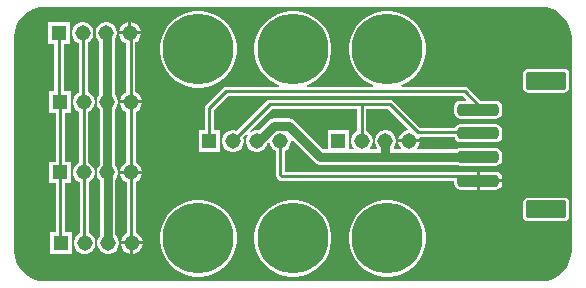
<source format=gbr>
G04*
G04 #@! TF.GenerationSoftware,Altium Limited,Altium Designer,23.0.1 (38)*
G04*
G04 Layer_Physical_Order=1*
G04 Layer_Color=255*
%FSLAX25Y25*%
%MOIN*%
G70*
G04*
G04 #@! TF.SameCoordinates,383C52D0-4EDD-4C0E-AA1A-A67FCF8BFF30*
G04*
G04*
G04 #@! TF.FilePolarity,Positive*
G04*
G01*
G75*
G04:AMPARAMS|DCode=14|XSize=39.37mil|YSize=137.8mil|CornerRadius=9.84mil|HoleSize=0mil|Usage=FLASHONLY|Rotation=270.000|XOffset=0mil|YOffset=0mil|HoleType=Round|Shape=RoundedRectangle|*
%AMROUNDEDRECTD14*
21,1,0.03937,0.11811,0,0,270.0*
21,1,0.01968,0.13780,0,0,270.0*
1,1,0.01968,-0.05906,-0.00984*
1,1,0.01968,-0.05906,0.00984*
1,1,0.01968,0.05906,0.00984*
1,1,0.01968,0.05906,-0.00984*
%
%ADD14ROUNDEDRECTD14*%
G04:AMPARAMS|DCode=15|XSize=59.06mil|YSize=133.86mil|CornerRadius=7.38mil|HoleSize=0mil|Usage=FLASHONLY|Rotation=270.000|XOffset=0mil|YOffset=0mil|HoleType=Round|Shape=RoundedRectangle|*
%AMROUNDEDRECTD15*
21,1,0.05906,0.11909,0,0,270.0*
21,1,0.04429,0.13386,0,0,270.0*
1,1,0.01476,-0.05955,-0.02215*
1,1,0.01476,-0.05955,0.02215*
1,1,0.01476,0.05955,0.02215*
1,1,0.01476,0.05955,-0.02215*
%
%ADD15ROUNDEDRECTD15*%
%ADD21C,0.03000*%
%ADD22C,0.01000*%
%ADD23R,0.05150X0.05150*%
%ADD24C,0.05150*%
%ADD25C,0.23622*%
G36*
X439252Y211487D02*
X441186Y210900D01*
X442440Y210229D01*
X446096Y206574D01*
X446766Y205320D01*
X447353Y203385D01*
X447541Y201472D01*
X447522Y201374D01*
Y130508D01*
X447541Y130410D01*
X447353Y128496D01*
X446766Y126562D01*
X445813Y124780D01*
X444531Y123217D01*
X442969Y121935D01*
X441186Y120982D01*
X439252Y120395D01*
X437732Y120246D01*
X437240Y120226D01*
X437240Y120226D01*
X436747Y120226D01*
X271886D01*
X271788Y120207D01*
X269874Y120395D01*
X267940Y120982D01*
X266158Y121935D01*
X264595Y123217D01*
X263313Y124780D01*
X262360Y126562D01*
X261773Y128496D01*
X261624Y130016D01*
X261604Y130508D01*
X261604Y130508D01*
X261604Y131002D01*
Y201374D01*
X261585Y201472D01*
X261773Y203385D01*
X262360Y205320D01*
X263313Y207102D01*
X264595Y208665D01*
X266158Y209947D01*
X267940Y210900D01*
X269874Y211487D01*
X271788Y211675D01*
X271886Y211656D01*
X437240D01*
X437338Y211675D01*
X439252Y211487D01*
D02*
G37*
%LPC*%
G36*
X300748Y206504D02*
Y203437D01*
X303815D01*
X303579Y204317D01*
X303109Y205132D01*
X302443Y205798D01*
X301628Y206268D01*
X300748Y206504D01*
D02*
G37*
G36*
X299748D02*
X298868Y206268D01*
X298053Y205798D01*
X297388Y205132D01*
X296917Y204317D01*
X296681Y203437D01*
X299748D01*
Y206504D01*
D02*
G37*
G36*
X387067Y210248D02*
X385051D01*
X383059Y209933D01*
X381141Y209309D01*
X379345Y208394D01*
X377713Y207209D01*
X376287Y205783D01*
X375102Y204151D01*
X374187Y202355D01*
X373564Y200437D01*
X373248Y198445D01*
Y196429D01*
X373564Y194437D01*
X374187Y192519D01*
X375102Y190723D01*
X376287Y189091D01*
X377713Y187665D01*
X379345Y186480D01*
X381141Y185565D01*
X381378Y185488D01*
X381299Y184994D01*
X359323D01*
X359244Y185488D01*
X359481Y185565D01*
X361277Y186480D01*
X362909Y187665D01*
X364335Y189091D01*
X365520Y190723D01*
X366435Y192519D01*
X367059Y194437D01*
X367374Y196429D01*
Y198445D01*
X367059Y200437D01*
X366435Y202355D01*
X365520Y204151D01*
X364335Y205783D01*
X362909Y207209D01*
X361277Y208394D01*
X359481Y209309D01*
X357563Y209933D01*
X355571Y210248D01*
X353555D01*
X351563Y209933D01*
X349645Y209309D01*
X347849Y208394D01*
X346217Y207209D01*
X344791Y205783D01*
X343606Y204151D01*
X342691Y202355D01*
X342067Y200437D01*
X341752Y198445D01*
Y196429D01*
X342067Y194437D01*
X342691Y192519D01*
X343606Y190723D01*
X344791Y189091D01*
X346217Y187665D01*
X347849Y186480D01*
X349645Y185565D01*
X349882Y185488D01*
X349803Y184994D01*
X332232D01*
X331647Y184878D01*
X331151Y184546D01*
X325671Y179066D01*
X325339Y178569D01*
X325223Y177984D01*
Y170512D01*
X323177D01*
Y163362D01*
X330327D01*
Y170512D01*
X328281D01*
Y177351D01*
X332866Y181935D01*
X411213D01*
X412317Y180832D01*
X412125Y180370D01*
X410433D01*
X409659Y180216D01*
X409002Y179777D01*
X408564Y179121D01*
X408410Y178347D01*
Y176378D01*
X408564Y175604D01*
X409002Y174947D01*
X409659Y174509D01*
X410433Y174355D01*
X422244D01*
X423018Y174509D01*
X423675Y174947D01*
X424113Y175604D01*
X424267Y176378D01*
Y178347D01*
X424113Y179121D01*
X423675Y179777D01*
X423018Y180216D01*
X422244Y180370D01*
X417104D01*
X412928Y184546D01*
X412432Y184878D01*
X411846Y184994D01*
X390819D01*
X390740Y185488D01*
X390977Y185565D01*
X392774Y186480D01*
X394405Y187665D01*
X395831Y189091D01*
X397016Y190723D01*
X397932Y192519D01*
X398555Y194437D01*
X398870Y196429D01*
Y198445D01*
X398555Y200437D01*
X397932Y202355D01*
X397016Y204151D01*
X395831Y205783D01*
X394405Y207209D01*
X392774Y208394D01*
X390977Y209309D01*
X389059Y209933D01*
X387067Y210248D01*
D02*
G37*
G36*
X324075D02*
X322059D01*
X320067Y209933D01*
X318149Y209309D01*
X316353Y208394D01*
X314721Y207209D01*
X313295Y205783D01*
X312110Y204151D01*
X311194Y202355D01*
X310571Y200437D01*
X310256Y198445D01*
Y196429D01*
X310571Y194437D01*
X311194Y192519D01*
X312110Y190723D01*
X313295Y189091D01*
X314721Y187665D01*
X316353Y186480D01*
X318149Y185565D01*
X320067Y184941D01*
X322059Y184626D01*
X324075D01*
X326067Y184941D01*
X327985Y185565D01*
X329781Y186480D01*
X331413Y187665D01*
X332839Y189091D01*
X334024Y190723D01*
X334939Y192519D01*
X335562Y194437D01*
X335878Y196429D01*
Y198445D01*
X335562Y200437D01*
X334939Y202355D01*
X334024Y204151D01*
X332839Y205783D01*
X331413Y207209D01*
X329781Y208394D01*
X327985Y209309D01*
X326067Y209933D01*
X324075Y210248D01*
D02*
G37*
G36*
X444931Y190995D02*
X433022D01*
X432343Y190860D01*
X431769Y190476D01*
X431384Y189901D01*
X431249Y189222D01*
Y184793D01*
X431384Y184115D01*
X431769Y183540D01*
X432343Y183156D01*
X433022Y183021D01*
X444931D01*
X445609Y183156D01*
X446184Y183540D01*
X446568Y184115D01*
X446703Y184793D01*
Y189222D01*
X446568Y189901D01*
X446184Y190476D01*
X445609Y190860D01*
X444931Y190995D01*
D02*
G37*
G36*
X303815Y202437D02*
X296681D01*
X296917Y201557D01*
X297388Y200742D01*
X298053Y200076D01*
X298868Y199606D01*
X298908Y199595D01*
Y183073D01*
X298431Y182798D01*
X297765Y182132D01*
X297295Y181317D01*
X297059Y180437D01*
X304193D01*
X303957Y181317D01*
X303486Y182132D01*
X302821Y182798D01*
X302006Y183268D01*
X301966Y183279D01*
Y199801D01*
X302443Y200076D01*
X303109Y200742D01*
X303579Y201557D01*
X303815Y202437D01*
D02*
G37*
G36*
X386929Y180663D02*
X346823D01*
X346238Y180547D01*
X345741Y180215D01*
X335839Y170313D01*
X335097Y170512D01*
X334155D01*
X333246Y170268D01*
X332431Y169798D01*
X331765Y169132D01*
X331295Y168317D01*
X331051Y167408D01*
Y166466D01*
X331295Y165557D01*
X331765Y164742D01*
X332431Y164076D01*
X333246Y163606D01*
X334155Y163362D01*
X335097D01*
X336006Y163606D01*
X336821Y164076D01*
X337487Y164742D01*
X337957Y165557D01*
X338201Y166466D01*
Y167408D01*
X338002Y168150D01*
X339169Y169317D01*
X339569Y169010D01*
X339169Y168317D01*
X338925Y167408D01*
Y166466D01*
X339169Y165557D01*
X339639Y164742D01*
X340305Y164076D01*
X341120Y163606D01*
X342029Y163362D01*
X342971D01*
X343880Y163606D01*
X344695Y164076D01*
X345361Y164742D01*
X345831Y165557D01*
X345991Y166154D01*
X346074Y166209D01*
X346334Y166469D01*
X346850Y166278D01*
X347043Y165557D01*
X347514Y164742D01*
X348179Y164076D01*
X348845Y163692D01*
Y155704D01*
X348961Y155119D01*
X349293Y154622D01*
X349878Y154037D01*
X350375Y153705D01*
X350960Y153589D01*
X408410D01*
Y152756D01*
X408564Y151982D01*
X409002Y151325D01*
X409659Y150887D01*
X410433Y150733D01*
X415839D01*
Y153740D01*
Y156747D01*
X410433D01*
X409659Y156594D01*
X409653Y156590D01*
X409363Y156648D01*
X351903D01*
Y163692D01*
X352569Y164076D01*
X353235Y164742D01*
X353705Y165557D01*
X353949Y166466D01*
Y166971D01*
X354449Y167178D01*
X361815Y159812D01*
X362642Y159259D01*
X363617Y159065D01*
X409203D01*
X409659Y158761D01*
X410433Y158607D01*
X422244D01*
X423018Y158761D01*
X423675Y159199D01*
X424113Y159856D01*
X424267Y160630D01*
Y162598D01*
X424113Y163373D01*
X423675Y164029D01*
X423018Y164468D01*
X422244Y164621D01*
X410433D01*
X409659Y164468D01*
X409203Y164163D01*
X396250D01*
X396059Y164625D01*
X396168Y164734D01*
X396638Y165549D01*
X396874Y166429D01*
X389740D01*
X389976Y165549D01*
X390446Y164734D01*
X390556Y164625D01*
X390364Y164163D01*
X388430D01*
X388223Y164663D01*
X388294Y164734D01*
X388764Y165549D01*
X389008Y166458D01*
Y167400D01*
X388764Y168309D01*
X388294Y169124D01*
X387628Y169790D01*
X386813Y170260D01*
X385904Y170504D01*
X384962D01*
X384053Y170260D01*
X383238Y169790D01*
X382573Y169124D01*
X382102Y168309D01*
X381858Y167400D01*
Y166458D01*
X382102Y165549D01*
X382573Y164734D01*
X382644Y164663D01*
X382436Y164163D01*
X380502D01*
X380311Y164625D01*
X380420Y164734D01*
X380890Y165549D01*
X381134Y166458D01*
Y167400D01*
X380890Y168309D01*
X380420Y169124D01*
X379754Y169790D01*
X379088Y170174D01*
Y177604D01*
X386296D01*
X392945Y170956D01*
X392720Y170473D01*
X391927Y170260D01*
X391112Y169790D01*
X390446Y169124D01*
X389976Y168309D01*
X389740Y167429D01*
X396874D01*
X396752Y167885D01*
X397056Y168282D01*
X408454D01*
X408564Y167730D01*
X409002Y167073D01*
X409659Y166635D01*
X410433Y166481D01*
X422244D01*
X423018Y166635D01*
X423675Y167073D01*
X424113Y167730D01*
X424267Y168504D01*
Y170472D01*
X424113Y171247D01*
X423675Y171903D01*
X423018Y172342D01*
X422244Y172496D01*
X410433D01*
X409659Y172342D01*
X409002Y171903D01*
X408627Y171340D01*
X396885D01*
X388011Y180215D01*
X387514Y180547D01*
X386929Y180663D01*
D02*
G37*
G36*
X304193Y179437D02*
X297059D01*
X297295Y178557D01*
X297765Y177742D01*
X298431Y177076D01*
X299097Y176692D01*
Y159682D01*
X298431Y159298D01*
X297765Y158632D01*
X297295Y157817D01*
X297059Y156937D01*
X304193D01*
X303957Y157817D01*
X303486Y158632D01*
X302821Y159298D01*
X302155Y159682D01*
Y176692D01*
X302821Y177076D01*
X303486Y177742D01*
X303957Y178557D01*
X304193Y179437D01*
D02*
G37*
G36*
X422244Y156747D02*
X416839D01*
Y154240D01*
X424267D01*
Y154724D01*
X424113Y155499D01*
X423675Y156155D01*
X423018Y156594D01*
X422244Y156747D01*
D02*
G37*
G36*
X424267Y153240D02*
X416839D01*
Y150733D01*
X422244D01*
X423018Y150887D01*
X423675Y151325D01*
X424113Y151982D01*
X424267Y152756D01*
Y153240D01*
D02*
G37*
G36*
X444931Y148081D02*
X433022D01*
X432343Y147946D01*
X431769Y147562D01*
X431384Y146987D01*
X431249Y146309D01*
Y141880D01*
X431384Y141202D01*
X431769Y140627D01*
X432343Y140243D01*
X433022Y140108D01*
X444931D01*
X445609Y140243D01*
X446184Y140627D01*
X446568Y141202D01*
X446703Y141880D01*
Y146309D01*
X446568Y146987D01*
X446184Y147562D01*
X445609Y147946D01*
X444931Y148081D01*
D02*
G37*
G36*
X304193Y155937D02*
X297059D01*
X297295Y155057D01*
X297765Y154242D01*
X298431Y153576D01*
X299221Y153121D01*
Y136110D01*
X298679Y135798D01*
X298013Y135132D01*
X297543Y134317D01*
X297307Y133437D01*
X304441D01*
X304205Y134317D01*
X303735Y135132D01*
X303069Y135798D01*
X302279Y136253D01*
Y153264D01*
X302821Y153576D01*
X303486Y154242D01*
X303957Y155057D01*
X304193Y155937D01*
D02*
G37*
G36*
X304441Y132437D02*
X301374D01*
Y129370D01*
X302254Y129606D01*
X303069Y130076D01*
X303735Y130742D01*
X304205Y131557D01*
X304441Y132437D01*
D02*
G37*
G36*
X300374D02*
X297307D01*
X297543Y131557D01*
X298013Y130742D01*
X298679Y130076D01*
X299494Y129606D01*
X300374Y129370D01*
Y132437D01*
D02*
G37*
G36*
X292845Y206512D02*
X291903D01*
X290994Y206268D01*
X290179Y205798D01*
X289513Y205132D01*
X289043Y204317D01*
X288799Y203408D01*
Y202466D01*
X289043Y201557D01*
X289513Y200742D01*
X290014Y200241D01*
Y182255D01*
X289891Y182132D01*
X289421Y181317D01*
X289177Y180408D01*
Y179466D01*
X289421Y178557D01*
X289891Y177742D01*
X290203Y177430D01*
Y158944D01*
X289891Y158632D01*
X289421Y157817D01*
X289177Y156908D01*
Y155966D01*
X289421Y155057D01*
X289891Y154242D01*
X290327Y153806D01*
Y135319D01*
X290139Y135132D01*
X289669Y134317D01*
X289425Y133408D01*
Y132466D01*
X289669Y131557D01*
X290139Y130742D01*
X290805Y130076D01*
X291620Y129606D01*
X292529Y129362D01*
X293471D01*
X294380Y129606D01*
X295195Y130076D01*
X295861Y130742D01*
X296331Y131557D01*
X296575Y132466D01*
Y133408D01*
X296331Y134317D01*
X295861Y135132D01*
X295425Y135568D01*
Y154054D01*
X295613Y154242D01*
X296083Y155057D01*
X296327Y155966D01*
Y156908D01*
X296083Y157817D01*
X295613Y158632D01*
X295301Y158944D01*
Y177430D01*
X295613Y177742D01*
X296083Y178557D01*
X296327Y179466D01*
Y180408D01*
X296083Y181317D01*
X295613Y182132D01*
X295112Y182633D01*
Y200619D01*
X295235Y200742D01*
X295705Y201557D01*
X295949Y202466D01*
Y203408D01*
X295705Y204317D01*
X295235Y205132D01*
X294569Y205798D01*
X293754Y206268D01*
X292845Y206512D01*
D02*
G37*
G36*
X284971D02*
X284029D01*
X283120Y206268D01*
X282305Y205798D01*
X281639Y205132D01*
X281169Y204317D01*
X280925Y203408D01*
Y202466D01*
X281169Y201557D01*
X281639Y200742D01*
X282305Y200076D01*
X283120Y199606D01*
X283160Y199595D01*
Y183073D01*
X282683Y182798D01*
X282017Y182132D01*
X281547Y181317D01*
X281303Y180408D01*
Y179466D01*
X281547Y178557D01*
X282017Y177742D01*
X282683Y177076D01*
X283349Y176692D01*
Y159682D01*
X282683Y159298D01*
X282017Y158632D01*
X281547Y157817D01*
X281303Y156908D01*
Y155966D01*
X281547Y155057D01*
X282017Y154242D01*
X282683Y153576D01*
X283473Y153121D01*
Y136110D01*
X282931Y135798D01*
X282265Y135132D01*
X281795Y134317D01*
X281551Y133408D01*
Y132466D01*
X281795Y131557D01*
X282265Y130742D01*
X282931Y130076D01*
X283746Y129606D01*
X284655Y129362D01*
X285597D01*
X286506Y129606D01*
X287321Y130076D01*
X287986Y130742D01*
X288457Y131557D01*
X288701Y132466D01*
Y133408D01*
X288457Y134317D01*
X287986Y135132D01*
X287321Y135798D01*
X286531Y136253D01*
Y153264D01*
X287073Y153576D01*
X287738Y154242D01*
X288209Y155057D01*
X288453Y155966D01*
Y156908D01*
X288209Y157817D01*
X287738Y158632D01*
X287073Y159298D01*
X286407Y159682D01*
Y176692D01*
X287073Y177076D01*
X287738Y177742D01*
X288209Y178557D01*
X288453Y179466D01*
Y180408D01*
X288209Y181317D01*
X287738Y182132D01*
X287073Y182798D01*
X286258Y183268D01*
X286218Y183279D01*
Y199801D01*
X286695Y200076D01*
X287361Y200742D01*
X287831Y201557D01*
X288075Y202466D01*
Y203408D01*
X287831Y204317D01*
X287361Y205132D01*
X286695Y205798D01*
X285880Y206268D01*
X284971Y206512D01*
D02*
G37*
G36*
X280201D02*
X273051D01*
Y199362D01*
X275097D01*
Y183512D01*
X273429D01*
Y176362D01*
X275475D01*
Y160012D01*
X273429D01*
Y152862D01*
X275475D01*
Y136512D01*
X273677D01*
Y129362D01*
X280827D01*
Y136512D01*
X278533D01*
Y152862D01*
X280579D01*
Y160012D01*
X278533D01*
Y176362D01*
X280579D01*
Y183512D01*
X278155D01*
Y199362D01*
X280201D01*
Y206512D01*
D02*
G37*
G36*
X387067Y147256D02*
X385051D01*
X383059Y146940D01*
X381141Y146317D01*
X379345Y145402D01*
X377713Y144217D01*
X376287Y142791D01*
X375102Y141159D01*
X374187Y139363D01*
X373564Y137445D01*
X373248Y135453D01*
Y133437D01*
X373564Y131445D01*
X374187Y129527D01*
X375102Y127730D01*
X376287Y126099D01*
X377713Y124673D01*
X379345Y123488D01*
X381141Y122572D01*
X383059Y121949D01*
X385051Y121634D01*
X387067D01*
X389059Y121949D01*
X390977Y122572D01*
X392774Y123488D01*
X394405Y124673D01*
X395831Y126099D01*
X397016Y127730D01*
X397932Y129527D01*
X398555Y131445D01*
X398870Y133437D01*
Y135453D01*
X398555Y137445D01*
X397932Y139363D01*
X397016Y141159D01*
X395831Y142791D01*
X394405Y144217D01*
X392774Y145402D01*
X390977Y146317D01*
X389059Y146940D01*
X387067Y147256D01*
D02*
G37*
G36*
X355571D02*
X353555D01*
X351563Y146940D01*
X349645Y146317D01*
X347849Y145402D01*
X346217Y144217D01*
X344791Y142791D01*
X343606Y141159D01*
X342691Y139363D01*
X342067Y137445D01*
X341752Y135453D01*
Y133437D01*
X342067Y131445D01*
X342691Y129527D01*
X343606Y127730D01*
X344791Y126099D01*
X346217Y124673D01*
X347849Y123488D01*
X349645Y122572D01*
X351563Y121949D01*
X353555Y121634D01*
X355571D01*
X357563Y121949D01*
X359481Y122572D01*
X361277Y123488D01*
X362909Y124673D01*
X364335Y126099D01*
X365520Y127730D01*
X366435Y129527D01*
X367059Y131445D01*
X367374Y133437D01*
Y135453D01*
X367059Y137445D01*
X366435Y139363D01*
X365520Y141159D01*
X364335Y142791D01*
X362909Y144217D01*
X361277Y145402D01*
X359481Y146317D01*
X357563Y146940D01*
X355571Y147256D01*
D02*
G37*
G36*
X324075D02*
X322059D01*
X320067Y146940D01*
X318149Y146317D01*
X316353Y145402D01*
X314721Y144217D01*
X313295Y142791D01*
X312110Y141159D01*
X311194Y139363D01*
X310571Y137445D01*
X310256Y135453D01*
Y133437D01*
X310571Y131445D01*
X311194Y129527D01*
X312110Y127730D01*
X313295Y126099D01*
X314721Y124673D01*
X316353Y123488D01*
X318149Y122572D01*
X320067Y121949D01*
X322059Y121634D01*
X324075D01*
X326067Y121949D01*
X327985Y122572D01*
X329781Y123488D01*
X331413Y124673D01*
X332839Y126099D01*
X334024Y127730D01*
X334939Y129527D01*
X335562Y131445D01*
X335878Y133437D01*
Y135453D01*
X335562Y137445D01*
X334939Y139363D01*
X334024Y141159D01*
X332839Y142791D01*
X331413Y144217D01*
X329781Y145402D01*
X327985Y146317D01*
X326067Y146940D01*
X324075Y147256D01*
D02*
G37*
%LPD*%
G36*
X376030Y170174D02*
X375364Y169790D01*
X374698Y169124D01*
X374228Y168309D01*
X373984Y167400D01*
Y166458D01*
X374228Y165549D01*
X374698Y164734D01*
X374808Y164625D01*
X374616Y164163D01*
X373260D01*
Y170504D01*
X366110D01*
Y164163D01*
X364673D01*
X355022Y173814D01*
X354195Y174367D01*
X353220Y174561D01*
X348272D01*
X347297Y174367D01*
X346470Y173814D01*
X343126Y170470D01*
X342971Y170512D01*
X342029D01*
X341120Y170268D01*
X340427Y169868D01*
X340120Y170268D01*
X347456Y177604D01*
X376030D01*
Y170174D01*
D02*
G37*
D14*
X416339Y177362D02*
D03*
Y169488D02*
D03*
Y161614D02*
D03*
Y153740D02*
D03*
D15*
X438976Y187008D02*
D03*
Y144095D02*
D03*
D21*
X344272Y168012D02*
X348272Y172012D01*
X353220D01*
X363617Y161614D01*
X385827D01*
X343082Y166937D02*
X344157Y168012D01*
X344272D01*
X342500Y166937D02*
X343082D01*
X385827Y161614D02*
X416339D01*
X385433Y162008D02*
Y166929D01*
Y162008D02*
X385827Y161614D01*
X292752Y156437D02*
X292876Y156313D01*
Y133061D02*
Y156313D01*
Y133061D02*
X293000Y132937D01*
X292752Y156437D02*
Y179937D01*
X292563Y180126D02*
Y202748D01*
Y180126D02*
X292752Y179937D01*
X292374Y202937D02*
X292563Y202748D01*
D22*
X332232Y183465D02*
X411846D01*
X326752Y177984D02*
X332232Y183465D01*
X411846D02*
X417626Y177685D01*
X326752Y166937D02*
Y177984D01*
X350374Y155704D02*
Y166937D01*
X415169Y154910D02*
X416339Y153740D01*
X409363Y155118D02*
X409571Y154910D01*
X350374Y155704D02*
X350960Y155118D01*
X409571Y154910D02*
X415169D01*
X350960Y155118D02*
X409363D01*
X396252Y169811D02*
X417626D01*
X386929Y179134D02*
X396252Y169811D01*
X346823Y179134D02*
X377953D01*
X386929D01*
X377559Y178740D02*
X377953Y179134D01*
X377559Y166929D02*
Y178740D01*
X334626Y166937D02*
X346823Y179134D01*
X277004Y133185D02*
X277252Y132937D01*
X277004Y133185D02*
Y156437D01*
Y179937D01*
X276626Y180315D02*
Y202937D01*
Y180315D02*
X277004Y179937D01*
X284689Y180126D02*
Y202748D01*
Y180126D02*
X284878Y179937D01*
X284500Y202937D02*
X284689Y202748D01*
X284878Y156437D02*
Y179937D01*
X285002Y133061D02*
X285126Y132937D01*
X284878Y156437D02*
X285002Y156313D01*
Y133061D02*
Y156313D01*
X300437Y180126D02*
Y202748D01*
X300248Y202937D02*
X300437Y202748D01*
Y180126D02*
X300626Y179937D01*
Y156437D02*
Y179937D01*
X300750Y133061D02*
X300874Y132937D01*
X300626Y156437D02*
X300750Y156313D01*
Y133061D02*
Y156313D01*
D23*
X369685Y166929D02*
D03*
X326752Y166937D02*
D03*
X276626Y202937D02*
D03*
X277004Y179937D02*
D03*
Y156437D02*
D03*
X277252Y132937D02*
D03*
D24*
X377559Y166929D02*
D03*
X385433D02*
D03*
X393307D02*
D03*
X350374Y166937D02*
D03*
X342500D02*
D03*
X334626D02*
D03*
X300248Y202937D02*
D03*
X292374D02*
D03*
X284500D02*
D03*
X284878Y179937D02*
D03*
X292752D02*
D03*
X300626D02*
D03*
X284878Y156437D02*
D03*
X292752D02*
D03*
X300626D02*
D03*
X300874Y132937D02*
D03*
X293000D02*
D03*
X285126D02*
D03*
D25*
X354563Y197437D02*
D03*
X386059D02*
D03*
X323067D02*
D03*
Y134445D02*
D03*
X354563D02*
D03*
X386059D02*
D03*
M02*

</source>
